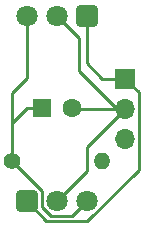
<source format=gbr>
%TF.GenerationSoftware,KiCad,Pcbnew,6.0.2+dfsg-1*%
%TF.CreationDate,2022-10-05T13:54:50+11:00*%
%TF.ProjectId,ir-sensor,69722d73-656e-4736-9f72-2e6b69636164,rev?*%
%TF.SameCoordinates,Original*%
%TF.FileFunction,Copper,L1,Top*%
%TF.FilePolarity,Positive*%
%FSLAX46Y46*%
G04 Gerber Fmt 4.6, Leading zero omitted, Abs format (unit mm)*
G04 Created by KiCad (PCBNEW 6.0.2+dfsg-1) date 2022-10-05 13:54:50*
%MOMM*%
%LPD*%
G01*
G04 APERTURE LIST*
G04 Aperture macros list*
%AMRoundRect*
0 Rectangle with rounded corners*
0 $1 Rounding radius*
0 $2 $3 $4 $5 $6 $7 $8 $9 X,Y pos of 4 corners*
0 Add a 4 corners polygon primitive as box body*
4,1,4,$2,$3,$4,$5,$6,$7,$8,$9,$2,$3,0*
0 Add four circle primitives for the rounded corners*
1,1,$1+$1,$2,$3*
1,1,$1+$1,$4,$5*
1,1,$1+$1,$6,$7*
1,1,$1+$1,$8,$9*
0 Add four rect primitives between the rounded corners*
20,1,$1+$1,$2,$3,$4,$5,0*
20,1,$1+$1,$4,$5,$6,$7,0*
20,1,$1+$1,$6,$7,$8,$9,0*
20,1,$1+$1,$8,$9,$2,$3,0*%
G04 Aperture macros list end*
%TA.AperFunction,ComponentPad*%
%ADD10RoundRect,0.250200X-0.649800X-0.649800X0.649800X-0.649800X0.649800X0.649800X-0.649800X0.649800X0*%
%TD*%
%TA.AperFunction,ComponentPad*%
%ADD11C,1.800000*%
%TD*%
%TA.AperFunction,ComponentPad*%
%ADD12RoundRect,0.250200X0.649800X0.649800X-0.649800X0.649800X-0.649800X-0.649800X0.649800X-0.649800X0*%
%TD*%
%TA.AperFunction,ComponentPad*%
%ADD13C,1.400000*%
%TD*%
%TA.AperFunction,ComponentPad*%
%ADD14O,1.400000X1.400000*%
%TD*%
%TA.AperFunction,ComponentPad*%
%ADD15R,1.700000X1.700000*%
%TD*%
%TA.AperFunction,ComponentPad*%
%ADD16O,1.700000X1.700000*%
%TD*%
%TA.AperFunction,ComponentPad*%
%ADD17R,1.600000X1.600000*%
%TD*%
%TA.AperFunction,ComponentPad*%
%ADD18C,1.600000*%
%TD*%
%TA.AperFunction,Conductor*%
%ADD19C,0.250000*%
%TD*%
G04 APERTURE END LIST*
D10*
%TO.P,IR1,1,OUT*%
%TO.N,Net-(U1-Pad1)*%
X142240000Y-86605000D03*
D11*
%TO.P,IR1,2,GND*%
%TO.N,GND*%
X144780000Y-86605000D03*
%TO.P,IR1,3,Vs*%
%TO.N,Net-(U1-Pad3)*%
X147320000Y-86605000D03*
%TD*%
D12*
%TO.P,IR2,1,OUT*%
%TO.N,Net-(U1-Pad1)*%
X147320000Y-70875000D03*
D11*
%TO.P,IR2,2,GND*%
%TO.N,GND*%
X144780000Y-70875000D03*
%TO.P,IR2,3,Vs*%
%TO.N,Net-(U1-Pad3)*%
X142240000Y-70875000D03*
%TD*%
D13*
%TO.P,R1,1*%
%TO.N,Net-(U1-Pad3)*%
X140970000Y-83185000D03*
D14*
%TO.P,R1,2*%
%TO.N,Net-(J1-Pad3)*%
X148590000Y-83185000D03*
%TD*%
D15*
%TO.P,J1,1,Pin_1*%
%TO.N,Net-(U1-Pad1)*%
X150565000Y-76215000D03*
D16*
%TO.P,J1,2,Pin_2*%
%TO.N,GND*%
X150565000Y-78755000D03*
%TO.P,J1,3,Pin_3*%
%TO.N,Net-(J1-Pad3)*%
X150565000Y-81295000D03*
%TD*%
D17*
%TO.P,C1,1*%
%TO.N,Net-(U1-Pad3)*%
X143574888Y-78740000D03*
D18*
%TO.P,C1,2*%
%TO.N,GND*%
X146074888Y-78740000D03*
%TD*%
D19*
%TO.N,Net-(U1-Pad1)*%
X150565000Y-76215000D02*
X151739511Y-77389511D01*
X151739511Y-77389511D02*
X151739511Y-83917210D01*
X143914031Y-88279031D02*
X142240000Y-86605000D01*
X148605000Y-76215000D02*
X147320000Y-74930000D01*
X147377690Y-88279031D02*
X143914031Y-88279031D01*
X151739511Y-83917210D02*
X147377690Y-88279031D01*
X147320000Y-74930000D02*
X147320000Y-70875000D01*
X150565000Y-76215000D02*
X148605000Y-76215000D01*
%TO.N,Net-(U1-Pad3)*%
X140970000Y-80010000D02*
X142240000Y-78740000D01*
X142240000Y-76200000D02*
X142240000Y-70875000D01*
X143555489Y-85770489D02*
X143555489Y-87112210D01*
X140970000Y-80010000D02*
X140970000Y-77470000D01*
X146095489Y-87829511D02*
X147320000Y-86605000D01*
X140970000Y-83185000D02*
X140970000Y-80010000D01*
X142240000Y-78740000D02*
X143574888Y-78740000D01*
X143555489Y-85770489D02*
X140970000Y-83185000D01*
X140970000Y-77470000D02*
X142240000Y-76200000D01*
X143555489Y-87112210D02*
X144272790Y-87829511D01*
X144272790Y-87829511D02*
X146095489Y-87829511D01*
%TO.N,GND*%
X147320000Y-84065000D02*
X147320000Y-82000000D01*
X150565000Y-78755000D02*
X146089888Y-78755000D01*
X144780000Y-70875000D02*
X146685000Y-72780000D01*
X146089888Y-78755000D02*
X146074888Y-78740000D01*
X149875000Y-78755000D02*
X150565000Y-78755000D01*
X144780000Y-86605000D02*
X147320000Y-84065000D01*
X147320000Y-82000000D02*
X150565000Y-78755000D01*
X146685000Y-72780000D02*
X146685000Y-75565000D01*
X146685000Y-75565000D02*
X149875000Y-78755000D01*
%TO.N,Net-(J1-Pad3)*%
X150565000Y-81845000D02*
X150565000Y-81295000D01*
%TD*%
M02*

</source>
